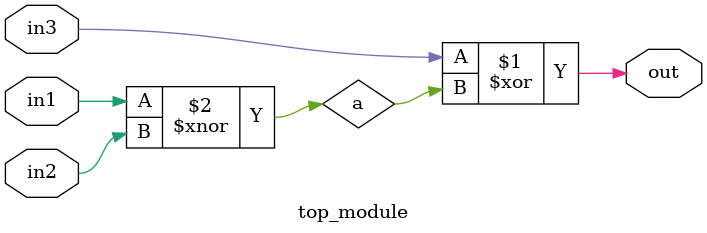
<source format=v>
module top_module (
    input in1,
    input in2,
    input in3,
    output out);
    wire a;
    assign out=(in3^a);
    assign a=in1~^in2;
    

endmodule
</source>
